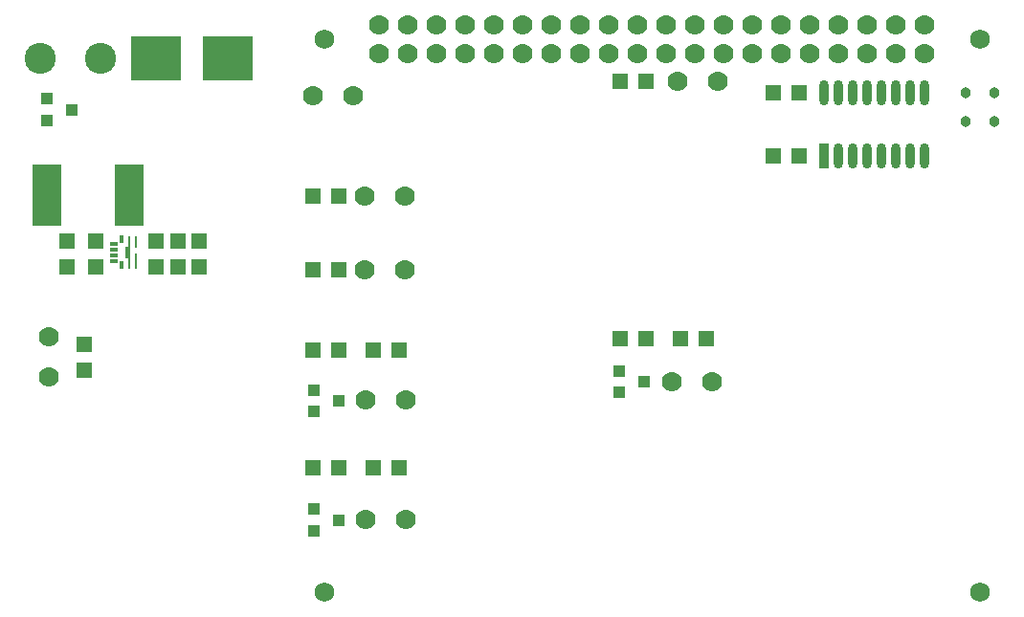
<source format=gts>
G04*
G04 #@! TF.GenerationSoftware,Altium Limited,Altium Designer,22.10.1 (41)*
G04*
G04 Layer_Color=8388736*
%FSLAX23Y23*%
%MOIN*%
G70*
G04*
G04 #@! TF.SameCoordinates,9DCC93BE-6794-47A7-A240-529396958765*
G04*
G04*
G04 #@! TF.FilePolarity,Negative*
G04*
G01*
G75*
%ADD22O,0.032X0.088*%
%ADD23R,0.032X0.088*%
%ADD24R,0.058X0.058*%
%ADD25R,0.058X0.058*%
%ADD26R,0.044X0.044*%
%ADD27R,0.011X0.043*%
%ADD28R,0.011X0.114*%
%ADD29R,0.014X0.028*%
%ADD30R,0.028X0.014*%
%ADD31R,0.011X0.057*%
%ADD32R,0.103X0.218*%
%ADD33R,0.175X0.158*%
%ADD34C,0.038*%
%ADD35C,0.070*%
%ADD36C,0.068*%
%ADD37C,0.108*%
G36*
X493Y1394D02*
X478D01*
Y1356D01*
X493D01*
Y1394D01*
D02*
G37*
D22*
X3260Y1710D02*
D03*
X3210D02*
D03*
X3160D02*
D03*
X3110D02*
D03*
X3060D02*
D03*
X3010D02*
D03*
X2960D02*
D03*
X3110Y1930D02*
D03*
X3160D02*
D03*
X3210D02*
D03*
X3260D02*
D03*
X2910D02*
D03*
X2960D02*
D03*
X3010D02*
D03*
X3060D02*
D03*
D23*
X2910Y1710D02*
D03*
D24*
X375Y1415D02*
D03*
Y1325D02*
D03*
X735Y1415D02*
D03*
Y1325D02*
D03*
X660Y1415D02*
D03*
Y1325D02*
D03*
X585Y1415D02*
D03*
Y1325D02*
D03*
X275Y1325D02*
D03*
Y1415D02*
D03*
X335Y965D02*
D03*
Y1055D02*
D03*
D25*
X1130Y1570D02*
D03*
X1220D02*
D03*
X1130Y1315D02*
D03*
X1220D02*
D03*
X1130Y625D02*
D03*
X1220D02*
D03*
X2200Y1075D02*
D03*
X2290D02*
D03*
X2410Y1075D02*
D03*
X2500D02*
D03*
X1430Y625D02*
D03*
X1340D02*
D03*
X1430Y1035D02*
D03*
X1340D02*
D03*
X1220Y1035D02*
D03*
X1130D02*
D03*
X2825Y1930D02*
D03*
X2735D02*
D03*
X2735Y1710D02*
D03*
X2825D02*
D03*
X2290Y1970D02*
D03*
X2200D02*
D03*
D26*
X2285Y925D02*
D03*
X2199Y888D02*
D03*
Y962D02*
D03*
X205Y1910D02*
D03*
Y1836D02*
D03*
X291Y1873D02*
D03*
X1135Y480D02*
D03*
Y406D02*
D03*
X1221Y443D02*
D03*
X1135Y894D02*
D03*
Y820D02*
D03*
X1221Y857D02*
D03*
D27*
X514Y1410D02*
D03*
D28*
X490Y1375D02*
D03*
D29*
X465Y1420D02*
D03*
Y1330D02*
D03*
D30*
X438Y1405D02*
D03*
Y1385D02*
D03*
Y1365D02*
D03*
Y1345D02*
D03*
D31*
X514Y1346D02*
D03*
D32*
X490Y1575D02*
D03*
X205D02*
D03*
D33*
X584Y2050D02*
D03*
X835D02*
D03*
D34*
X3403Y1833D02*
D03*
X3503D02*
D03*
Y1933D02*
D03*
X3403D02*
D03*
D35*
X1310Y1315D02*
D03*
X1450D02*
D03*
X1310Y1570D02*
D03*
X1450D02*
D03*
X1315Y860D02*
D03*
X1455D02*
D03*
X1315Y445D02*
D03*
X1455D02*
D03*
X2380Y925D02*
D03*
X2520D02*
D03*
X2262Y2069D02*
D03*
X2362D02*
D03*
X2462D02*
D03*
X2562Y2169D02*
D03*
X3062Y2069D02*
D03*
Y2169D02*
D03*
X3162D02*
D03*
X3262D02*
D03*
X210Y940D02*
D03*
Y1080D02*
D03*
X1362Y2069D02*
D03*
X1462D02*
D03*
X1562D02*
D03*
X1662D02*
D03*
X1762D02*
D03*
X1862D02*
D03*
X1962D02*
D03*
X2062D02*
D03*
X2162D02*
D03*
X2562D02*
D03*
X2662D02*
D03*
X2762D02*
D03*
X2862D02*
D03*
X2962D02*
D03*
X3162D02*
D03*
X3262D02*
D03*
X1362Y2169D02*
D03*
X1462D02*
D03*
X1562D02*
D03*
X1662D02*
D03*
X1762D02*
D03*
X1862D02*
D03*
X1962D02*
D03*
X2062D02*
D03*
X2162D02*
D03*
X2262D02*
D03*
X2362D02*
D03*
X2462D02*
D03*
X2662D02*
D03*
X2762D02*
D03*
X2862D02*
D03*
X2962D02*
D03*
X2540Y1970D02*
D03*
X2400D02*
D03*
X1270Y1920D02*
D03*
X1130D02*
D03*
D36*
X1170Y190D02*
D03*
Y2119D02*
D03*
X3453D02*
D03*
Y190D02*
D03*
D37*
X390Y2050D02*
D03*
X180D02*
D03*
M02*

</source>
